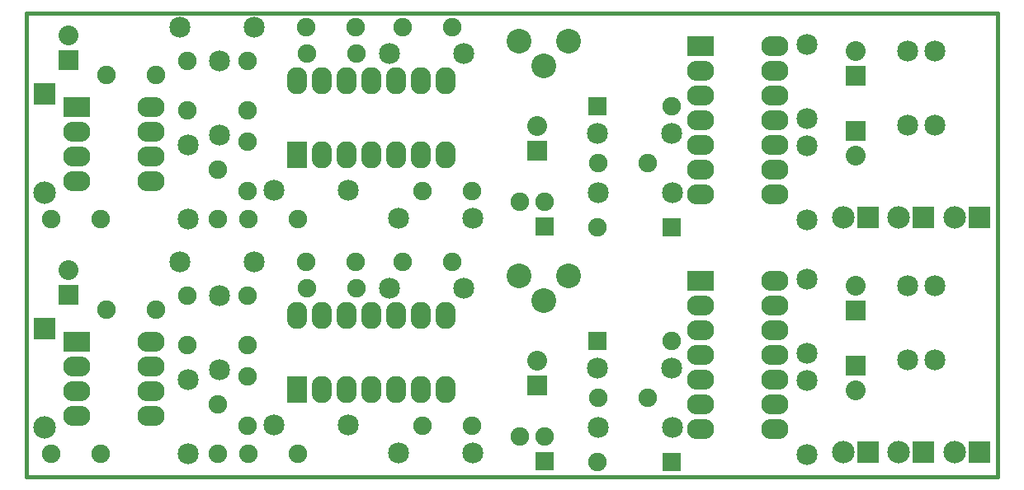
<source format=gbs>
G04 (created by PCBNEW-RS274X (2011-12-21 BZR 3253)-stable) date 15/03/2013 11:23:45*
G01*
G70*
G90*
%MOIN*%
G04 Gerber Fmt 3.4, Leading zero omitted, Abs format*
%FSLAX34Y34*%
G04 APERTURE LIST*
%ADD10C,0.006000*%
%ADD11C,0.015000*%
%ADD12R,0.090900X0.090900*%
%ADD13C,0.090900*%
%ADD14R,0.110000X0.082000*%
%ADD15O,0.110000X0.082000*%
%ADD16C,0.100000*%
%ADD17C,0.085000*%
%ADD18R,0.082000X0.110000*%
%ADD19O,0.082000X0.110000*%
%ADD20R,0.075000X0.075000*%
%ADD21C,0.075000*%
%ADD22R,0.080000X0.080000*%
%ADD23C,0.080000*%
G04 APERTURE END LIST*
G54D10*
G54D11*
X10500Y-08250D02*
X10750Y-08250D01*
X10500Y-27000D02*
X10500Y-08250D01*
X49750Y-27000D02*
X10500Y-27000D01*
X49750Y-08250D02*
X49750Y-27000D01*
X10500Y-08250D02*
X49750Y-08250D01*
G54D12*
X49000Y-26000D03*
G54D13*
X48000Y-26000D03*
G54D12*
X46750Y-26000D03*
G54D13*
X45750Y-26000D03*
G54D14*
X37740Y-19090D03*
G54D15*
X37740Y-20090D03*
X37740Y-21090D03*
X37740Y-22090D03*
X37740Y-23090D03*
X37740Y-24090D03*
X37740Y-25090D03*
X40740Y-25090D03*
X40740Y-24090D03*
X40740Y-23090D03*
X40740Y-22090D03*
X40740Y-21090D03*
X40740Y-20090D03*
X40740Y-19090D03*
G54D16*
X32400Y-18870D03*
X31400Y-19870D03*
X30400Y-18870D03*
G54D17*
X33590Y-25000D03*
X36590Y-25000D03*
X33570Y-22630D03*
X36570Y-22630D03*
X42040Y-23110D03*
X42040Y-26110D03*
X42040Y-19020D03*
X42040Y-22020D03*
X47200Y-19270D03*
X47200Y-22270D03*
X46100Y-22270D03*
X46100Y-19270D03*
X28530Y-26060D03*
X25530Y-26060D03*
X28170Y-19390D03*
X25170Y-19390D03*
X19700Y-18320D03*
X16700Y-18320D03*
X20520Y-24930D03*
X23520Y-24930D03*
X18300Y-22670D03*
X18300Y-19670D03*
X17050Y-26070D03*
X17050Y-23070D03*
G54D14*
X12540Y-21560D03*
G54D15*
X12540Y-22560D03*
X12540Y-23560D03*
X12540Y-24560D03*
X15540Y-24560D03*
X15540Y-23560D03*
X15540Y-22560D03*
X15540Y-21560D03*
G54D18*
X21430Y-23490D03*
G54D19*
X22430Y-23490D03*
X23430Y-23490D03*
X24430Y-23490D03*
X25430Y-23490D03*
X26430Y-23490D03*
X27430Y-23490D03*
X27430Y-20490D03*
X26430Y-20490D03*
X25430Y-20490D03*
X24430Y-20490D03*
X23430Y-20490D03*
X22430Y-20490D03*
X21430Y-20490D03*
G54D20*
X36560Y-26430D03*
G54D21*
X33560Y-26430D03*
G54D20*
X33570Y-21530D03*
G54D21*
X36570Y-21530D03*
X33620Y-23810D03*
X35620Y-23810D03*
X26490Y-24940D03*
X28490Y-24940D03*
X27700Y-18320D03*
X25700Y-18320D03*
X19450Y-19670D03*
X19450Y-21670D03*
X23830Y-19390D03*
X21830Y-19390D03*
X23810Y-18320D03*
X21810Y-18320D03*
X19430Y-22950D03*
X19430Y-24950D03*
X15750Y-20250D03*
X13750Y-20250D03*
X21480Y-26080D03*
X19480Y-26080D03*
X18250Y-26070D03*
X18250Y-24070D03*
X17000Y-21690D03*
X17000Y-19690D03*
X13500Y-26080D03*
X11500Y-26080D03*
G54D22*
X31150Y-23320D03*
G54D23*
X31150Y-22320D03*
G54D22*
X12200Y-19650D03*
G54D23*
X12200Y-18650D03*
G54D22*
X44000Y-20270D03*
G54D23*
X44000Y-19270D03*
G54D22*
X44000Y-22500D03*
G54D23*
X44000Y-23500D03*
G54D20*
X31450Y-26370D03*
G54D21*
X31450Y-25370D03*
X30450Y-25370D03*
G54D12*
X44500Y-26000D03*
G54D13*
X43500Y-26000D03*
G54D12*
X11250Y-21000D03*
G54D13*
X11250Y-25000D03*
G54D12*
X11250Y-11500D03*
G54D13*
X11250Y-15500D03*
G54D12*
X44500Y-16500D03*
G54D13*
X43500Y-16500D03*
G54D20*
X31450Y-16870D03*
G54D21*
X31450Y-15870D03*
X30450Y-15870D03*
G54D22*
X44000Y-13000D03*
G54D23*
X44000Y-14000D03*
G54D22*
X44000Y-10770D03*
G54D23*
X44000Y-09770D03*
G54D22*
X12200Y-10150D03*
G54D23*
X12200Y-09150D03*
G54D22*
X31150Y-13820D03*
G54D23*
X31150Y-12820D03*
G54D21*
X13500Y-16580D03*
X11500Y-16580D03*
X17000Y-12190D03*
X17000Y-10190D03*
X18250Y-16570D03*
X18250Y-14570D03*
X21480Y-16580D03*
X19480Y-16580D03*
X15750Y-10750D03*
X13750Y-10750D03*
X19430Y-13450D03*
X19430Y-15450D03*
X23810Y-08820D03*
X21810Y-08820D03*
X23830Y-09890D03*
X21830Y-09890D03*
X19450Y-10170D03*
X19450Y-12170D03*
X27700Y-08820D03*
X25700Y-08820D03*
X26490Y-15440D03*
X28490Y-15440D03*
X33620Y-14310D03*
X35620Y-14310D03*
G54D20*
X33570Y-12030D03*
G54D21*
X36570Y-12030D03*
G54D20*
X36560Y-16930D03*
G54D21*
X33560Y-16930D03*
G54D18*
X21430Y-13990D03*
G54D19*
X22430Y-13990D03*
X23430Y-13990D03*
X24430Y-13990D03*
X25430Y-13990D03*
X26430Y-13990D03*
X27430Y-13990D03*
X27430Y-10990D03*
X26430Y-10990D03*
X25430Y-10990D03*
X24430Y-10990D03*
X23430Y-10990D03*
X22430Y-10990D03*
X21430Y-10990D03*
G54D14*
X12540Y-12060D03*
G54D15*
X12540Y-13060D03*
X12540Y-14060D03*
X12540Y-15060D03*
X15540Y-15060D03*
X15540Y-14060D03*
X15540Y-13060D03*
X15540Y-12060D03*
G54D17*
X17050Y-16570D03*
X17050Y-13570D03*
X18300Y-13170D03*
X18300Y-10170D03*
X20520Y-15430D03*
X23520Y-15430D03*
X19700Y-08820D03*
X16700Y-08820D03*
X28170Y-09890D03*
X25170Y-09890D03*
X28530Y-16560D03*
X25530Y-16560D03*
X46100Y-12770D03*
X46100Y-09770D03*
X47200Y-09770D03*
X47200Y-12770D03*
X42040Y-09520D03*
X42040Y-12520D03*
X42040Y-13610D03*
X42040Y-16610D03*
X33570Y-13130D03*
X36570Y-13130D03*
X33590Y-15500D03*
X36590Y-15500D03*
G54D16*
X32400Y-09370D03*
X31400Y-10370D03*
X30400Y-09370D03*
G54D14*
X37740Y-09590D03*
G54D15*
X37740Y-10590D03*
X37740Y-11590D03*
X37740Y-12590D03*
X37740Y-13590D03*
X37740Y-14590D03*
X37740Y-15590D03*
X40740Y-15590D03*
X40740Y-14590D03*
X40740Y-13590D03*
X40740Y-12590D03*
X40740Y-11590D03*
X40740Y-10590D03*
X40740Y-09590D03*
G54D12*
X46750Y-16500D03*
G54D13*
X45750Y-16500D03*
G54D12*
X49000Y-16500D03*
G54D13*
X48000Y-16500D03*
M02*

</source>
